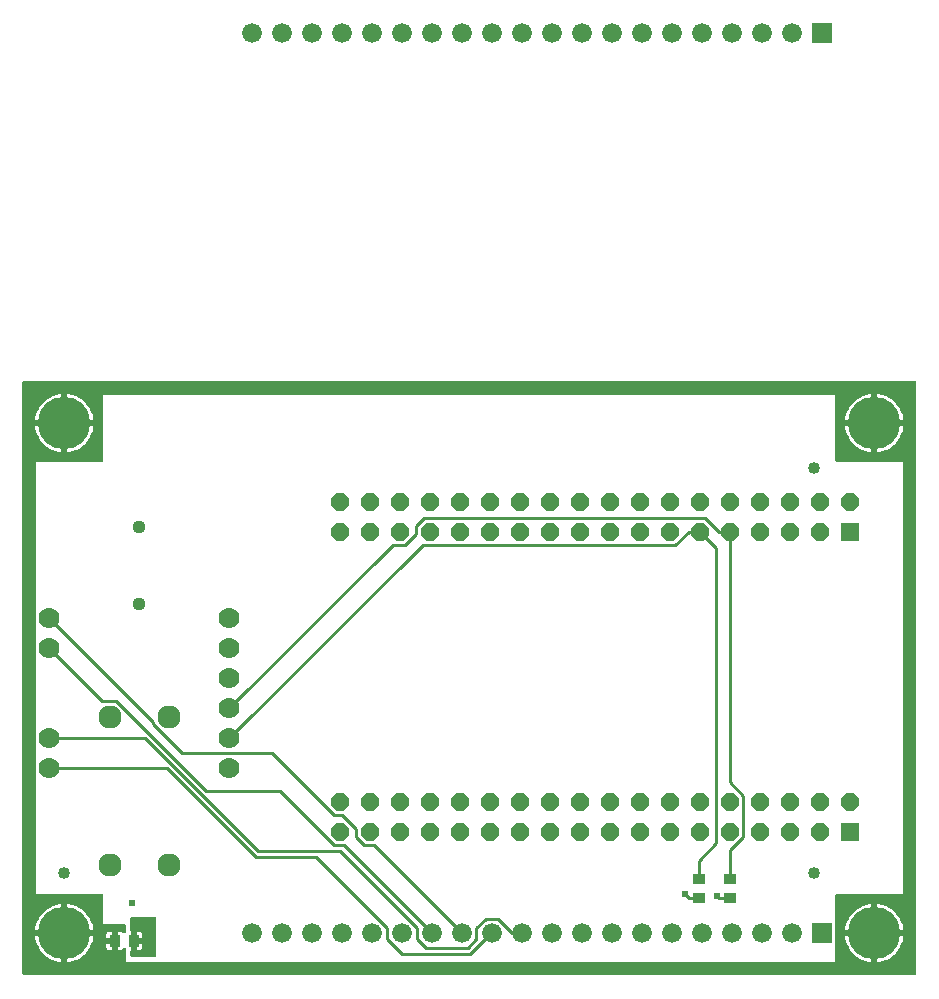
<source format=gbr>
G04 EAGLE Gerber RS-274X export*
G75*
%MOMM*%
%FSLAX34Y34*%
%LPD*%
%INBottom Copper*%
%IPPOS*%
%AMOC8*
5,1,8,0,0,1.08239X$1,22.5*%
G01*
%ADD10R,1.524000X1.524000*%
%ADD11P,1.649562X8X202.500000*%
%ADD12R,1.031241X0.949959*%
%ADD13C,1.120000*%
%ADD14C,1.960000*%
%ADD15C,4.445000*%
%ADD16C,1.016000*%
%ADD17R,0.949959X1.031241*%
%ADD18R,1.676400X1.676400*%
%ADD19C,1.676400*%
%ADD20C,1.778000*%
%ADD21C,0.609600*%
%ADD22C,0.254000*%

G36*
X759444Y504308D02*
X759444Y504308D01*
X759437Y504427D01*
X759424Y504465D01*
X759419Y504506D01*
X759376Y504616D01*
X759339Y504729D01*
X759317Y504764D01*
X759302Y504801D01*
X759233Y504897D01*
X759169Y504998D01*
X759139Y505026D01*
X759116Y505059D01*
X759024Y505135D01*
X758937Y505216D01*
X758902Y505236D01*
X758871Y505261D01*
X758763Y505312D01*
X758659Y505370D01*
X758619Y505380D01*
X758583Y505397D01*
X758466Y505419D01*
X758351Y505449D01*
X758291Y505453D01*
X758271Y505457D01*
X758250Y505455D01*
X758190Y505459D01*
X3810Y505459D01*
X3692Y505444D01*
X3573Y505437D01*
X3535Y505424D01*
X3494Y505419D01*
X3384Y505376D01*
X3271Y505339D01*
X3236Y505317D01*
X3199Y505302D01*
X3103Y505233D01*
X3002Y505169D01*
X2974Y505139D01*
X2941Y505116D01*
X2865Y505024D01*
X2784Y504937D01*
X2764Y504902D01*
X2739Y504871D01*
X2688Y504763D01*
X2630Y504659D01*
X2620Y504619D01*
X2603Y504583D01*
X2581Y504466D01*
X2551Y504351D01*
X2547Y504291D01*
X2543Y504271D01*
X2545Y504250D01*
X2541Y504190D01*
X2541Y3810D01*
X2556Y3692D01*
X2563Y3573D01*
X2576Y3535D01*
X2581Y3494D01*
X2624Y3384D01*
X2661Y3271D01*
X2683Y3236D01*
X2698Y3199D01*
X2767Y3103D01*
X2831Y3002D01*
X2861Y2974D01*
X2884Y2941D01*
X2976Y2865D01*
X3063Y2784D01*
X3098Y2764D01*
X3129Y2739D01*
X3237Y2688D01*
X3341Y2630D01*
X3381Y2620D01*
X3417Y2603D01*
X3534Y2581D01*
X3649Y2551D01*
X3709Y2547D01*
X3729Y2543D01*
X3750Y2545D01*
X3810Y2541D01*
X758190Y2541D01*
X758308Y2556D01*
X758427Y2563D01*
X758465Y2576D01*
X758506Y2581D01*
X758616Y2624D01*
X758729Y2661D01*
X758764Y2683D01*
X758801Y2698D01*
X758897Y2767D01*
X758998Y2831D01*
X759026Y2861D01*
X759059Y2884D01*
X759135Y2976D01*
X759216Y3063D01*
X759236Y3098D01*
X759261Y3129D01*
X759312Y3237D01*
X759370Y3341D01*
X759380Y3381D01*
X759397Y3417D01*
X759419Y3534D01*
X759449Y3649D01*
X759453Y3709D01*
X759457Y3729D01*
X759455Y3750D01*
X759459Y3810D01*
X759459Y504190D01*
X759444Y504308D01*
G37*
%LPC*%
G36*
X69850Y436881D02*
X69850Y436881D01*
X69968Y436896D01*
X70087Y436903D01*
X70125Y436916D01*
X70166Y436921D01*
X70276Y436964D01*
X70389Y437001D01*
X70424Y437023D01*
X70461Y437038D01*
X70557Y437108D01*
X70658Y437171D01*
X70686Y437201D01*
X70719Y437224D01*
X70795Y437316D01*
X70876Y437403D01*
X70896Y437438D01*
X70921Y437469D01*
X70972Y437577D01*
X71030Y437681D01*
X71040Y437721D01*
X71057Y437757D01*
X71079Y437874D01*
X71109Y437989D01*
X71113Y438050D01*
X71117Y438070D01*
X71115Y438090D01*
X71119Y438150D01*
X71119Y494031D01*
X690881Y494031D01*
X690881Y438150D01*
X690896Y438032D01*
X690903Y437913D01*
X690916Y437875D01*
X690921Y437834D01*
X690964Y437724D01*
X691001Y437611D01*
X691023Y437576D01*
X691038Y437539D01*
X691108Y437443D01*
X691171Y437342D01*
X691201Y437314D01*
X691224Y437281D01*
X691316Y437206D01*
X691403Y437124D01*
X691438Y437104D01*
X691469Y437079D01*
X691577Y437028D01*
X691681Y436970D01*
X691721Y436960D01*
X691757Y436943D01*
X691874Y436921D01*
X691989Y436891D01*
X692050Y436887D01*
X692070Y436883D01*
X692090Y436885D01*
X692150Y436881D01*
X748031Y436881D01*
X748031Y71119D01*
X692150Y71119D01*
X692032Y71104D01*
X691913Y71097D01*
X691875Y71084D01*
X691834Y71079D01*
X691724Y71036D01*
X691611Y70999D01*
X691576Y70977D01*
X691539Y70962D01*
X691443Y70893D01*
X691342Y70829D01*
X691314Y70799D01*
X691281Y70776D01*
X691206Y70684D01*
X691124Y70597D01*
X691104Y70562D01*
X691079Y70531D01*
X691028Y70423D01*
X690970Y70319D01*
X690960Y70279D01*
X690943Y70243D01*
X690921Y70126D01*
X690891Y70011D01*
X690887Y69951D01*
X690883Y69931D01*
X690885Y69910D01*
X690883Y69892D01*
X690883Y69891D01*
X690881Y69850D01*
X690881Y13969D01*
X90169Y13969D01*
X90169Y24457D01*
X90157Y24555D01*
X90154Y24654D01*
X90137Y24712D01*
X90129Y24772D01*
X90093Y24865D01*
X90065Y24960D01*
X90035Y25012D01*
X90012Y25068D01*
X89954Y25148D01*
X89904Y25234D01*
X89838Y25309D01*
X89826Y25325D01*
X89816Y25333D01*
X89798Y25354D01*
X89743Y25409D01*
X89644Y25486D01*
X89549Y25568D01*
X89519Y25583D01*
X89492Y25604D01*
X89377Y25654D01*
X89264Y25710D01*
X89231Y25717D01*
X89200Y25730D01*
X89076Y25750D01*
X88953Y25776D01*
X88919Y25775D01*
X88886Y25780D01*
X88761Y25768D01*
X88635Y25763D01*
X88603Y25753D01*
X88569Y25750D01*
X88451Y25707D01*
X88331Y25671D01*
X88302Y25654D01*
X88270Y25642D01*
X88166Y25572D01*
X88058Y25507D01*
X88035Y25483D01*
X88007Y25464D01*
X87924Y25370D01*
X87836Y25280D01*
X87809Y25239D01*
X87796Y25225D01*
X87787Y25206D01*
X87747Y25146D01*
X87682Y25034D01*
X87209Y24561D01*
X86630Y24226D01*
X85983Y24053D01*
X83273Y24053D01*
X83273Y30645D01*
X83258Y30763D01*
X83251Y30882D01*
X83238Y30920D01*
X83233Y30960D01*
X83189Y31071D01*
X83153Y31184D01*
X83131Y31219D01*
X83116Y31256D01*
X83046Y31352D01*
X82983Y31453D01*
X82953Y31481D01*
X82929Y31513D01*
X82838Y31589D01*
X82751Y31671D01*
X82716Y31690D01*
X82684Y31716D01*
X82620Y31746D01*
X82711Y31813D01*
X82812Y31876D01*
X82840Y31906D01*
X82872Y31930D01*
X82948Y32021D01*
X83030Y32108D01*
X83049Y32143D01*
X83075Y32175D01*
X83126Y32282D01*
X83183Y32386D01*
X83194Y32426D01*
X83211Y32462D01*
X83233Y32579D01*
X83263Y32694D01*
X83267Y32755D01*
X83271Y32775D01*
X83269Y32795D01*
X83273Y32855D01*
X83273Y39447D01*
X85983Y39447D01*
X86630Y39274D01*
X87209Y38939D01*
X87682Y38466D01*
X87747Y38354D01*
X87822Y38254D01*
X87893Y38150D01*
X87918Y38128D01*
X87939Y38101D01*
X88037Y38023D01*
X88132Y37940D01*
X88162Y37924D01*
X88188Y37903D01*
X88303Y37852D01*
X88415Y37795D01*
X88448Y37788D01*
X88478Y37774D01*
X88602Y37753D01*
X88725Y37725D01*
X88759Y37726D01*
X88792Y37721D01*
X88917Y37731D01*
X89043Y37735D01*
X89075Y37744D01*
X89109Y37747D01*
X89228Y37788D01*
X89348Y37823D01*
X89377Y37840D01*
X89409Y37852D01*
X89514Y37921D01*
X89622Y37985D01*
X89659Y38017D01*
X89674Y38027D01*
X89689Y38043D01*
X89743Y38091D01*
X89798Y38146D01*
X89858Y38224D01*
X89926Y38296D01*
X89955Y38349D01*
X89992Y38397D01*
X90032Y38488D01*
X90080Y38574D01*
X90095Y38633D01*
X90119Y38689D01*
X90134Y38787D01*
X90159Y38882D01*
X90165Y38982D01*
X90169Y39003D01*
X90167Y39015D01*
X90169Y39043D01*
X90169Y44450D01*
X90154Y44568D01*
X90147Y44687D01*
X90134Y44725D01*
X90129Y44766D01*
X90086Y44876D01*
X90049Y44989D01*
X90027Y45024D01*
X90012Y45061D01*
X89943Y45157D01*
X89879Y45258D01*
X89849Y45286D01*
X89826Y45319D01*
X89734Y45395D01*
X89647Y45476D01*
X89612Y45496D01*
X89581Y45521D01*
X89473Y45572D01*
X89369Y45630D01*
X89329Y45640D01*
X89293Y45657D01*
X89176Y45679D01*
X89061Y45709D01*
X89001Y45713D01*
X88981Y45717D01*
X88960Y45715D01*
X88900Y45719D01*
X71119Y45719D01*
X71119Y69850D01*
X71104Y69968D01*
X71097Y70087D01*
X71084Y70125D01*
X71079Y70166D01*
X71036Y70276D01*
X70999Y70389D01*
X70977Y70424D01*
X70962Y70461D01*
X70893Y70557D01*
X70829Y70658D01*
X70799Y70686D01*
X70776Y70719D01*
X70684Y70795D01*
X70597Y70876D01*
X70562Y70896D01*
X70531Y70921D01*
X70423Y70972D01*
X70319Y71030D01*
X70279Y71040D01*
X70243Y71057D01*
X70126Y71079D01*
X70011Y71109D01*
X69951Y71113D01*
X69931Y71117D01*
X69910Y71115D01*
X69850Y71119D01*
X13969Y71119D01*
X13969Y436881D01*
X69850Y436881D01*
G37*
%LPD*%
G36*
X114418Y17796D02*
X114418Y17796D01*
X114537Y17803D01*
X114575Y17816D01*
X114616Y17821D01*
X114726Y17864D01*
X114839Y17901D01*
X114874Y17923D01*
X114911Y17938D01*
X115007Y18008D01*
X115108Y18071D01*
X115136Y18101D01*
X115169Y18124D01*
X115245Y18216D01*
X115326Y18303D01*
X115346Y18338D01*
X115371Y18369D01*
X115422Y18477D01*
X115480Y18581D01*
X115490Y18621D01*
X115507Y18657D01*
X115529Y18774D01*
X115559Y18889D01*
X115563Y18950D01*
X115567Y18970D01*
X115565Y18990D01*
X115569Y19050D01*
X115569Y50800D01*
X115554Y50918D01*
X115547Y51037D01*
X115534Y51075D01*
X115529Y51116D01*
X115486Y51226D01*
X115449Y51339D01*
X115427Y51374D01*
X115412Y51411D01*
X115343Y51507D01*
X115279Y51608D01*
X115249Y51636D01*
X115226Y51669D01*
X115134Y51745D01*
X115047Y51826D01*
X115012Y51846D01*
X114981Y51871D01*
X114873Y51922D01*
X114769Y51980D01*
X114729Y51990D01*
X114693Y52007D01*
X114576Y52029D01*
X114461Y52059D01*
X114401Y52063D01*
X114381Y52067D01*
X114360Y52065D01*
X114300Y52069D01*
X95250Y52069D01*
X95132Y52054D01*
X95013Y52047D01*
X94975Y52034D01*
X94934Y52029D01*
X94824Y51986D01*
X94711Y51949D01*
X94676Y51927D01*
X94639Y51912D01*
X94543Y51843D01*
X94442Y51779D01*
X94414Y51749D01*
X94381Y51726D01*
X94306Y51634D01*
X94224Y51547D01*
X94204Y51512D01*
X94179Y51481D01*
X94128Y51373D01*
X94070Y51269D01*
X94060Y51229D01*
X94043Y51193D01*
X94021Y51076D01*
X93991Y50961D01*
X93987Y50901D01*
X93983Y50881D01*
X93984Y50866D01*
X93983Y50862D01*
X93984Y50851D01*
X93981Y50800D01*
X93981Y40716D01*
X93996Y40598D01*
X94003Y40479D01*
X94016Y40441D01*
X94021Y40401D01*
X94064Y40290D01*
X94101Y40177D01*
X94123Y40143D01*
X94138Y40105D01*
X94208Y40009D01*
X94271Y39908D01*
X94301Y39880D01*
X94324Y39848D01*
X94416Y39772D01*
X94503Y39690D01*
X94527Y39677D01*
X94527Y32855D01*
X94542Y32737D01*
X94549Y32618D01*
X94562Y32580D01*
X94567Y32540D01*
X94611Y32429D01*
X94647Y32316D01*
X94669Y32281D01*
X94684Y32244D01*
X94754Y32148D01*
X94817Y32047D01*
X94847Y32019D01*
X94871Y31987D01*
X94962Y31911D01*
X95049Y31829D01*
X95084Y31810D01*
X95116Y31784D01*
X95180Y31754D01*
X95089Y31687D01*
X94988Y31624D01*
X94960Y31594D01*
X94928Y31570D01*
X94852Y31479D01*
X94770Y31392D01*
X94751Y31357D01*
X94725Y31325D01*
X94674Y31218D01*
X94617Y31114D01*
X94606Y31074D01*
X94589Y31038D01*
X94567Y30921D01*
X94537Y30806D01*
X94533Y30745D01*
X94529Y30725D01*
X94531Y30705D01*
X94527Y30645D01*
X94527Y23816D01*
X94442Y23763D01*
X94414Y23733D01*
X94381Y23709D01*
X94306Y23618D01*
X94224Y23531D01*
X94204Y23496D01*
X94179Y23464D01*
X94128Y23357D01*
X94070Y23252D01*
X94060Y23213D01*
X94043Y23177D01*
X94021Y23060D01*
X93991Y22944D01*
X93987Y22884D01*
X93983Y22864D01*
X93985Y22844D01*
X93981Y22784D01*
X93981Y19050D01*
X93996Y18932D01*
X94003Y18813D01*
X94016Y18775D01*
X94021Y18734D01*
X94064Y18624D01*
X94101Y18511D01*
X94123Y18476D01*
X94138Y18439D01*
X94208Y18343D01*
X94271Y18242D01*
X94301Y18214D01*
X94324Y18181D01*
X94416Y18106D01*
X94503Y18024D01*
X94538Y18004D01*
X94569Y17979D01*
X94677Y17928D01*
X94781Y17870D01*
X94821Y17860D01*
X94857Y17843D01*
X94974Y17821D01*
X95089Y17791D01*
X95150Y17787D01*
X95170Y17783D01*
X95190Y17785D01*
X95250Y17781D01*
X114300Y17781D01*
X114418Y17796D01*
G37*
%LPC*%
G36*
X40639Y472439D02*
X40639Y472439D01*
X40639Y494536D01*
X42255Y494354D01*
X44967Y493735D01*
X47592Y492817D01*
X50099Y491610D01*
X52454Y490130D01*
X54629Y488395D01*
X56595Y486429D01*
X58330Y484254D01*
X59810Y481899D01*
X61017Y479392D01*
X61935Y476767D01*
X62554Y474055D01*
X62736Y472439D01*
X40639Y472439D01*
G37*
%LPD*%
%LPC*%
G36*
X726439Y472439D02*
X726439Y472439D01*
X726439Y494536D01*
X728055Y494354D01*
X730767Y493735D01*
X733392Y492817D01*
X735899Y491610D01*
X738254Y490130D01*
X740429Y488395D01*
X742395Y486429D01*
X744130Y484254D01*
X745610Y481899D01*
X746817Y479392D01*
X747735Y476767D01*
X748354Y474055D01*
X748536Y472439D01*
X726439Y472439D01*
G37*
%LPD*%
%LPC*%
G36*
X40639Y40639D02*
X40639Y40639D01*
X40639Y62736D01*
X42255Y62554D01*
X44967Y61935D01*
X47592Y61017D01*
X50099Y59810D01*
X52454Y58330D01*
X54629Y56595D01*
X56595Y54629D01*
X58330Y52454D01*
X59810Y50099D01*
X61017Y47592D01*
X61935Y44967D01*
X62554Y42255D01*
X62736Y40639D01*
X40639Y40639D01*
G37*
%LPD*%
%LPC*%
G36*
X726439Y40639D02*
X726439Y40639D01*
X726439Y62736D01*
X728055Y62554D01*
X730767Y61935D01*
X733392Y61017D01*
X735899Y59810D01*
X738254Y58330D01*
X740429Y56595D01*
X742395Y54629D01*
X744130Y52454D01*
X745610Y50099D01*
X746817Y47592D01*
X747735Y44967D01*
X748354Y42255D01*
X748536Y40639D01*
X726439Y40639D01*
G37*
%LPD*%
%LPC*%
G36*
X699264Y472439D02*
X699264Y472439D01*
X699446Y474055D01*
X700065Y476767D01*
X700983Y479392D01*
X702190Y481899D01*
X703670Y484254D01*
X705405Y486429D01*
X707371Y488395D01*
X709546Y490130D01*
X711901Y491610D01*
X714408Y492817D01*
X717033Y493735D01*
X719745Y494354D01*
X721361Y494536D01*
X721361Y472439D01*
X699264Y472439D01*
G37*
%LPD*%
%LPC*%
G36*
X13464Y472439D02*
X13464Y472439D01*
X13646Y474055D01*
X14265Y476767D01*
X15183Y479392D01*
X16390Y481899D01*
X17870Y484254D01*
X19605Y486429D01*
X21571Y488395D01*
X23746Y490130D01*
X26101Y491610D01*
X28608Y492817D01*
X31233Y493735D01*
X33945Y494354D01*
X35561Y494536D01*
X35561Y472439D01*
X13464Y472439D01*
G37*
%LPD*%
%LPC*%
G36*
X726439Y467361D02*
X726439Y467361D01*
X748536Y467361D01*
X748354Y465745D01*
X747735Y463033D01*
X746817Y460408D01*
X745610Y457901D01*
X744130Y455546D01*
X742395Y453371D01*
X740429Y451405D01*
X738254Y449670D01*
X735899Y448190D01*
X733392Y446983D01*
X730767Y446065D01*
X728055Y445446D01*
X726439Y445264D01*
X726439Y467361D01*
G37*
%LPD*%
%LPC*%
G36*
X40639Y467361D02*
X40639Y467361D01*
X62736Y467361D01*
X62554Y465745D01*
X61935Y463033D01*
X61017Y460408D01*
X59810Y457901D01*
X58330Y455546D01*
X56595Y453371D01*
X54629Y451405D01*
X52454Y449670D01*
X50099Y448190D01*
X47592Y446983D01*
X44967Y446065D01*
X42255Y445446D01*
X40639Y445264D01*
X40639Y467361D01*
G37*
%LPD*%
%LPC*%
G36*
X13464Y40639D02*
X13464Y40639D01*
X13646Y42255D01*
X14265Y44967D01*
X15183Y47592D01*
X16390Y50099D01*
X17870Y52454D01*
X19605Y54629D01*
X21571Y56595D01*
X23746Y58330D01*
X26101Y59810D01*
X28608Y61017D01*
X31233Y61935D01*
X33945Y62554D01*
X35561Y62736D01*
X35561Y40639D01*
X13464Y40639D01*
G37*
%LPD*%
%LPC*%
G36*
X699264Y40639D02*
X699264Y40639D01*
X699446Y42255D01*
X700065Y44967D01*
X700983Y47592D01*
X702190Y50099D01*
X703670Y52454D01*
X705405Y54629D01*
X707371Y56595D01*
X709546Y58330D01*
X711901Y59810D01*
X714408Y61017D01*
X717033Y61935D01*
X719745Y62554D01*
X721361Y62736D01*
X721361Y40639D01*
X699264Y40639D01*
G37*
%LPD*%
%LPC*%
G36*
X726439Y35561D02*
X726439Y35561D01*
X748536Y35561D01*
X748354Y33945D01*
X747735Y31233D01*
X746817Y28608D01*
X745610Y26101D01*
X744130Y23746D01*
X742395Y21571D01*
X740429Y19605D01*
X738254Y17870D01*
X735899Y16390D01*
X733392Y15183D01*
X730767Y14265D01*
X728055Y13646D01*
X726439Y13464D01*
X726439Y35561D01*
G37*
%LPD*%
%LPC*%
G36*
X40639Y35561D02*
X40639Y35561D01*
X62736Y35561D01*
X62554Y33945D01*
X61935Y31233D01*
X61017Y28608D01*
X59810Y26101D01*
X58330Y23746D01*
X56595Y21571D01*
X54629Y19605D01*
X52454Y17870D01*
X50099Y16390D01*
X47592Y15183D01*
X44967Y14265D01*
X42255Y13646D01*
X40639Y13464D01*
X40639Y35561D01*
G37*
%LPD*%
%LPC*%
G36*
X719745Y445446D02*
X719745Y445446D01*
X717033Y446065D01*
X714408Y446983D01*
X711901Y448190D01*
X709546Y449670D01*
X707371Y451405D01*
X705405Y453371D01*
X703670Y455546D01*
X702190Y457901D01*
X700983Y460408D01*
X700065Y463033D01*
X699446Y465745D01*
X699264Y467361D01*
X721361Y467361D01*
X721361Y445264D01*
X719745Y445446D01*
G37*
%LPD*%
%LPC*%
G36*
X33945Y445446D02*
X33945Y445446D01*
X31233Y446065D01*
X28608Y446983D01*
X26101Y448190D01*
X23746Y449670D01*
X21571Y451405D01*
X19605Y453371D01*
X17870Y455546D01*
X16390Y457901D01*
X15183Y460408D01*
X14265Y463033D01*
X13646Y465745D01*
X13464Y467361D01*
X35561Y467361D01*
X35561Y445264D01*
X33945Y445446D01*
G37*
%LPD*%
%LPC*%
G36*
X719745Y13646D02*
X719745Y13646D01*
X717033Y14265D01*
X714408Y15183D01*
X711901Y16390D01*
X709546Y17870D01*
X707371Y19605D01*
X705405Y21571D01*
X703670Y23746D01*
X702190Y26101D01*
X700983Y28608D01*
X700065Y31233D01*
X699446Y33945D01*
X699264Y35561D01*
X721361Y35561D01*
X721361Y13464D01*
X719745Y13646D01*
G37*
%LPD*%
%LPC*%
G36*
X33945Y13646D02*
X33945Y13646D01*
X31233Y14265D01*
X28608Y15183D01*
X26101Y16390D01*
X23746Y17870D01*
X21571Y19605D01*
X19605Y21571D01*
X17870Y23746D01*
X16390Y26101D01*
X15183Y28608D01*
X14265Y31233D01*
X13646Y33945D01*
X13464Y35561D01*
X35561Y35561D01*
X35561Y13464D01*
X33945Y13646D01*
G37*
%LPD*%
%LPC*%
G36*
X99275Y34124D02*
X99275Y34124D01*
X99275Y39447D01*
X101985Y39447D01*
X102632Y39274D01*
X103211Y38939D01*
X103684Y38466D01*
X104018Y37887D01*
X104192Y37241D01*
X104192Y34124D01*
X99275Y34124D01*
G37*
%LPD*%
%LPC*%
G36*
X73608Y34124D02*
X73608Y34124D01*
X73608Y37241D01*
X73782Y37887D01*
X74116Y38466D01*
X74589Y38939D01*
X75168Y39274D01*
X75815Y39447D01*
X78525Y39447D01*
X78525Y34124D01*
X73608Y34124D01*
G37*
%LPD*%
%LPC*%
G36*
X99275Y24053D02*
X99275Y24053D01*
X99275Y29376D01*
X104191Y29376D01*
X104192Y26259D01*
X104018Y25613D01*
X103684Y25034D01*
X103211Y24561D01*
X102632Y24226D01*
X101985Y24053D01*
X99275Y24053D01*
G37*
%LPD*%
%LPC*%
G36*
X75815Y24053D02*
X75815Y24053D01*
X75168Y24226D01*
X74589Y24561D01*
X74116Y25034D01*
X73782Y25613D01*
X73608Y26259D01*
X73608Y29376D01*
X78525Y29376D01*
X78525Y24053D01*
X75815Y24053D01*
G37*
%LPD*%
%LPC*%
G36*
X723899Y469899D02*
X723899Y469899D01*
X723899Y469901D01*
X723901Y469901D01*
X723901Y469899D01*
X723899Y469899D01*
G37*
%LPD*%
%LPC*%
G36*
X38099Y469899D02*
X38099Y469899D01*
X38099Y469901D01*
X38101Y469901D01*
X38101Y469899D01*
X38099Y469899D01*
G37*
%LPD*%
%LPC*%
G36*
X723899Y38099D02*
X723899Y38099D01*
X723899Y38101D01*
X723901Y38101D01*
X723901Y38099D01*
X723899Y38099D01*
G37*
%LPD*%
%LPC*%
G36*
X38099Y38099D02*
X38099Y38099D01*
X38099Y38101D01*
X38101Y38101D01*
X38101Y38099D01*
X38099Y38099D01*
G37*
%LPD*%
D10*
X702900Y124200D03*
D11*
X702900Y149600D03*
X677500Y124200D03*
X677500Y149600D03*
X652100Y124200D03*
X652100Y149600D03*
X626700Y124200D03*
X626700Y149600D03*
X601300Y124200D03*
X601300Y149600D03*
X575900Y124200D03*
X575900Y149600D03*
X550500Y124200D03*
X550500Y149600D03*
X525100Y124200D03*
X525100Y149600D03*
X499700Y124200D03*
X499700Y149600D03*
X474300Y124200D03*
X474300Y149600D03*
X448900Y124200D03*
X448900Y149600D03*
X423500Y124200D03*
X423500Y149600D03*
X398100Y124200D03*
X398100Y149600D03*
X372700Y124200D03*
X372700Y149600D03*
X347300Y124200D03*
X347300Y149600D03*
X321900Y124200D03*
X321900Y149600D03*
X296500Y124200D03*
X296500Y149600D03*
X271100Y124200D03*
X271100Y149600D03*
D10*
X702900Y378200D03*
D11*
X702900Y403600D03*
X677500Y378200D03*
X677500Y403600D03*
X652100Y378200D03*
X652100Y403600D03*
X626700Y378200D03*
X626700Y403600D03*
X601300Y378200D03*
X601300Y403600D03*
X575900Y378200D03*
X575900Y403600D03*
X550500Y378200D03*
X550500Y403600D03*
X525100Y378200D03*
X525100Y403600D03*
X499700Y378200D03*
X499700Y403600D03*
X474300Y378200D03*
X474300Y403600D03*
X448900Y378200D03*
X448900Y403600D03*
X423500Y378200D03*
X423500Y403600D03*
X398100Y378200D03*
X398100Y403600D03*
X372700Y378200D03*
X372700Y403600D03*
X347300Y378200D03*
X347300Y403600D03*
X321900Y378200D03*
X321900Y403600D03*
X296500Y378200D03*
X296500Y403600D03*
X271100Y378200D03*
X271100Y403600D03*
D12*
X575310Y84201D03*
X575310Y68199D03*
X601980Y84201D03*
X601980Y68199D03*
D13*
X101600Y381750D03*
X101600Y316750D03*
D14*
X126600Y96250D03*
X76600Y96250D03*
X76600Y221250D03*
X126600Y221250D03*
D15*
X38100Y469900D03*
X723900Y469900D03*
X723900Y38100D03*
X38100Y38100D03*
D16*
X673100Y431800D03*
X673100Y88900D03*
X38100Y88900D03*
D17*
X96901Y31750D03*
X80899Y31750D03*
D18*
X679450Y800100D03*
D19*
X654050Y800100D03*
X628650Y800100D03*
X603250Y800100D03*
X577850Y800100D03*
X552450Y800100D03*
X527050Y800100D03*
X501650Y800100D03*
X476250Y800100D03*
X450850Y800100D03*
X425450Y800100D03*
X400050Y800100D03*
X374650Y800100D03*
X349250Y800100D03*
X323850Y800100D03*
X298450Y800100D03*
X273050Y800100D03*
X247650Y800100D03*
X222250Y800100D03*
X196850Y800100D03*
D18*
X679450Y38100D03*
D19*
X654050Y38100D03*
X628650Y38100D03*
X603250Y38100D03*
X577850Y38100D03*
X552450Y38100D03*
X527050Y38100D03*
X501650Y38100D03*
X476250Y38100D03*
X450850Y38100D03*
X425450Y38100D03*
X400050Y38100D03*
X374650Y38100D03*
X349250Y38100D03*
X323850Y38100D03*
X298450Y38100D03*
X273050Y38100D03*
X247650Y38100D03*
X222250Y38100D03*
X196850Y38100D03*
D20*
X177800Y304800D03*
X177800Y279400D03*
X177800Y254000D03*
X177800Y228600D03*
X177800Y203200D03*
X177800Y177800D03*
X25400Y177800D03*
X25400Y203200D03*
X25400Y304800D03*
X25400Y279400D03*
D21*
X95250Y63500D03*
D22*
X590550Y69850D02*
X592201Y68199D01*
X601980Y68199D01*
D21*
X590550Y69850D03*
D22*
X566801Y68199D02*
X563880Y71120D01*
X566801Y68199D02*
X575310Y68199D01*
D21*
X563880Y71120D03*
X107950Y44450D03*
D22*
X337058Y33050D02*
X344200Y25908D01*
X379700Y25908D02*
X386842Y33050D01*
X337058Y42134D02*
X271502Y107690D01*
X337058Y42134D02*
X337058Y33050D01*
X202223Y107690D02*
X106713Y203200D01*
X202223Y107690D02*
X271502Y107690D01*
X344200Y25908D02*
X379700Y25908D01*
X386842Y33050D02*
X386842Y42134D01*
X395000Y50292D01*
X405100Y50292D01*
X417292Y38100D02*
X425450Y38100D01*
X417292Y38100D02*
X405100Y50292D01*
X106713Y203200D02*
X25400Y203200D01*
X112990Y217210D02*
X25400Y304800D01*
X112990Y217210D02*
X112990Y215613D01*
X138103Y190500D01*
X285070Y119466D02*
X291766Y112770D01*
X299980Y112770D01*
X374650Y38100D01*
X273295Y138170D02*
X266366Y138170D01*
X273295Y138170D02*
X285070Y126395D01*
X285070Y119466D01*
X266366Y138170D02*
X214036Y190500D01*
X138103Y190500D01*
X125965Y176765D02*
X200119Y102610D01*
X251182Y102610D01*
X311658Y42134D01*
X311658Y33050D01*
X399076Y38100D02*
X400050Y38100D01*
X399076Y38100D02*
X381804Y20828D01*
X323880Y20828D02*
X311658Y33050D01*
X323880Y20828D02*
X381804Y20828D01*
X124929Y177800D02*
X25400Y177800D01*
X124929Y177800D02*
X125965Y176765D01*
X69940Y234860D02*
X25400Y279400D01*
X69940Y234860D02*
X82238Y234860D01*
X158348Y158750D01*
X266366Y112770D02*
X274580Y112770D01*
X349250Y38100D01*
X266366Y112770D02*
X220386Y158750D01*
X158348Y158750D01*
X177800Y203200D02*
X341370Y366770D01*
X566665Y378200D02*
X575900Y378200D01*
X566665Y378200D02*
X555235Y366770D01*
X341370Y366770D01*
X575900Y378200D02*
X589870Y364230D01*
X589870Y114091D01*
X575310Y99531D01*
X575310Y84201D01*
X335870Y382935D02*
X342566Y389630D01*
X315970Y366770D02*
X177800Y228600D01*
X592065Y378200D02*
X601300Y378200D01*
X326635Y366770D02*
X315970Y366770D01*
X580635Y389630D02*
X592065Y378200D01*
X335870Y376006D02*
X326635Y366770D01*
X335870Y376006D02*
X335870Y382935D01*
X342566Y389630D02*
X580635Y389630D01*
X601980Y108716D02*
X601980Y84201D01*
X601980Y108716D02*
X612730Y119466D01*
X612730Y154335D01*
X601300Y165765D02*
X601300Y378200D01*
X601300Y165765D02*
X612730Y154335D01*
M02*

</source>
